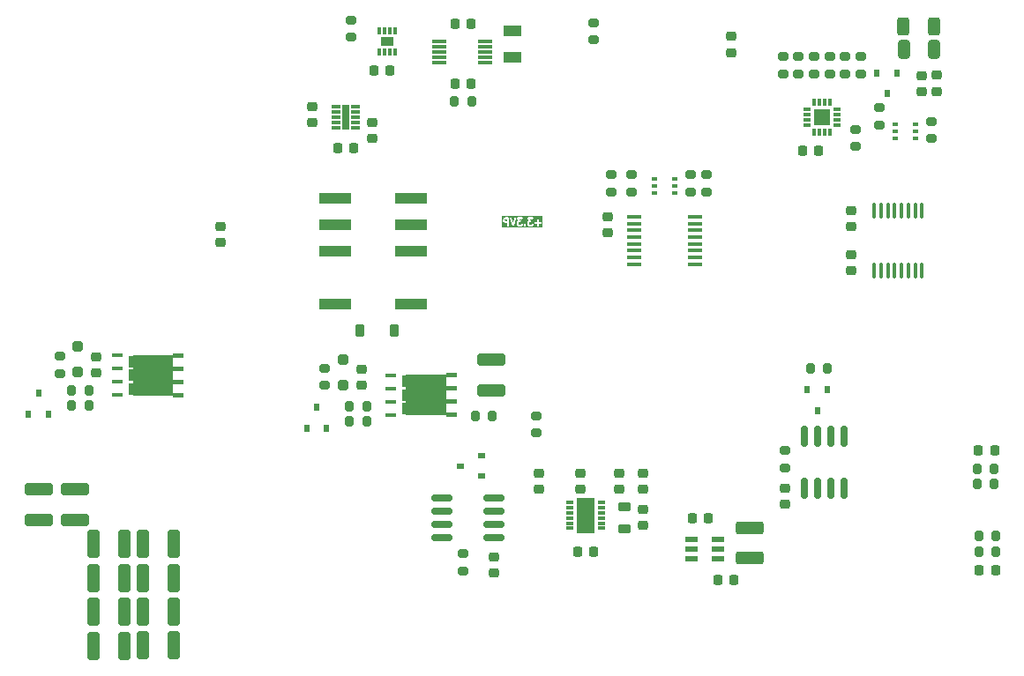
<source format=gbr>
%TF.GenerationSoftware,KiCad,Pcbnew,8.0.5*%
%TF.CreationDate,2024-12-26T16:36:04+00:00*%
%TF.ProjectId,mallow_adapt_v1.2,6d616c6c-6f77-45f6-9164-6170745f7631,rev?*%
%TF.SameCoordinates,Original*%
%TF.FileFunction,Paste,Bot*%
%TF.FilePolarity,Positive*%
%FSLAX46Y46*%
G04 Gerber Fmt 4.6, Leading zero omitted, Abs format (unit mm)*
G04 Created by KiCad (PCBNEW 8.0.5) date 2024-12-26 16:36:04*
%MOMM*%
%LPD*%
G01*
G04 APERTURE LIST*
G04 Aperture macros list*
%AMRoundRect*
0 Rectangle with rounded corners*
0 $1 Rounding radius*
0 $2 $3 $4 $5 $6 $7 $8 $9 X,Y pos of 4 corners*
0 Add a 4 corners polygon primitive as box body*
4,1,4,$2,$3,$4,$5,$6,$7,$8,$9,$2,$3,0*
0 Add four circle primitives for the rounded corners*
1,1,$1+$1,$2,$3*
1,1,$1+$1,$4,$5*
1,1,$1+$1,$6,$7*
1,1,$1+$1,$8,$9*
0 Add four rect primitives between the rounded corners*
20,1,$1+$1,$2,$3,$4,$5,0*
20,1,$1+$1,$4,$5,$6,$7,0*
20,1,$1+$1,$6,$7,$8,$9,0*
20,1,$1+$1,$8,$9,$2,$3,0*%
G04 Aperture macros list end*
%ADD10C,0.175000*%
%ADD11C,0.000000*%
%ADD12RoundRect,0.150000X-0.150000X0.825000X-0.150000X-0.825000X0.150000X-0.825000X0.150000X0.825000X0*%
%ADD13RoundRect,0.225000X-0.250000X0.225000X-0.250000X-0.225000X0.250000X-0.225000X0.250000X0.225000X0*%
%ADD14R,0.300000X0.800000*%
%ADD15R,0.800000X0.300000*%
%ADD16R,1.500000X1.500000*%
%ADD17RoundRect,0.250000X-0.325000X-1.100000X0.325000X-1.100000X0.325000X1.100000X-0.325000X1.100000X0*%
%ADD18RoundRect,0.200000X-0.200000X-0.275000X0.200000X-0.275000X0.200000X0.275000X-0.200000X0.275000X0*%
%ADD19R,1.016000X0.406400*%
%ADD20R,3.821000X3.908998*%
%ADD21RoundRect,0.225000X0.250000X-0.225000X0.250000X0.225000X-0.250000X0.225000X-0.250000X-0.225000X0*%
%ADD22R,0.300000X0.750000*%
%ADD23R,1.300000X0.900000*%
%ADD24RoundRect,0.200000X-0.275000X0.200000X-0.275000X-0.200000X0.275000X-0.200000X0.275000X0.200000X0*%
%ADD25RoundRect,0.250000X1.100000X-0.325000X1.100000X0.325000X-1.100000X0.325000X-1.100000X-0.325000X0*%
%ADD26R,0.600000X0.800000*%
%ADD27RoundRect,0.200000X0.275000X-0.200000X0.275000X0.200000X-0.275000X0.200000X-0.275000X-0.200000X0*%
%ADD28RoundRect,0.225000X0.225000X0.250000X-0.225000X0.250000X-0.225000X-0.250000X0.225000X-0.250000X0*%
%ADD29RoundRect,0.250000X0.325000X0.650000X-0.325000X0.650000X-0.325000X-0.650000X0.325000X-0.650000X0*%
%ADD30RoundRect,0.225000X-0.225000X-0.250000X0.225000X-0.250000X0.225000X0.250000X-0.225000X0.250000X0*%
%ADD31RoundRect,0.250000X-0.312500X-0.625000X0.312500X-0.625000X0.312500X0.625000X-0.312500X0.625000X0*%
%ADD32RoundRect,0.100000X-0.100000X0.637500X-0.100000X-0.637500X0.100000X-0.637500X0.100000X0.637500X0*%
%ADD33RoundRect,0.200000X0.200000X0.275000X-0.200000X0.275000X-0.200000X-0.275000X0.200000X-0.275000X0*%
%ADD34RoundRect,0.250000X1.075000X-0.375000X1.075000X0.375000X-1.075000X0.375000X-1.075000X-0.375000X0*%
%ADD35R,0.600000X0.420000*%
%ADD36O,0.600000X0.420000*%
%ADD37R,1.800000X1.000000*%
%ADD38RoundRect,0.250000X0.250000X-0.250000X0.250000X0.250000X-0.250000X0.250000X-0.250000X-0.250000X0*%
%ADD39R,1.800000X3.400000*%
%ADD40R,0.850000X0.300000*%
%ADD41R,0.690000X2.440000*%
%ADD42R,1.475000X0.450000*%
%ADD43R,0.800000X0.600000*%
%ADD44R,3.160000X1.000000*%
%ADD45RoundRect,0.225000X-0.225000X-0.375000X0.225000X-0.375000X0.225000X0.375000X-0.225000X0.375000X0*%
%ADD46RoundRect,0.150000X-0.825000X-0.150000X0.825000X-0.150000X0.825000X0.150000X-0.825000X0.150000X0*%
%ADD47R,1.250000X0.600000*%
%ADD48RoundRect,0.218750X0.381250X-0.218750X0.381250X0.218750X-0.381250X0.218750X-0.381250X-0.218750X0*%
%ADD49R,1.400000X0.300000*%
G04 APERTURE END LIST*
D10*
G36*
X170998463Y-85238000D02*
G01*
X170839953Y-85238000D01*
X170804461Y-85220254D01*
X170791208Y-85207000D01*
X170773463Y-85171509D01*
X170773463Y-85112821D01*
X170791207Y-85077333D01*
X170804463Y-85064077D01*
X170839951Y-85046333D01*
X170998463Y-85046333D01*
X170998463Y-85238000D01*
G37*
G36*
X174392616Y-85833833D02*
G01*
X170510963Y-85833833D01*
X170510963Y-85092166D01*
X170598463Y-85092166D01*
X170598463Y-85192166D01*
X170600144Y-85209236D01*
X170601347Y-85212140D01*
X170601570Y-85215277D01*
X170607700Y-85231297D01*
X170641033Y-85297964D01*
X170645658Y-85305312D01*
X170646543Y-85307447D01*
X170648515Y-85309850D01*
X170650171Y-85312480D01*
X170651915Y-85313993D01*
X170657425Y-85320706D01*
X170690759Y-85354039D01*
X170697469Y-85359545D01*
X170698982Y-85361290D01*
X170701612Y-85362945D01*
X170704018Y-85364920D01*
X170706153Y-85365804D01*
X170713498Y-85370428D01*
X170780164Y-85403762D01*
X170796183Y-85409892D01*
X170799319Y-85410114D01*
X170802226Y-85411319D01*
X170819296Y-85413000D01*
X170998463Y-85413000D01*
X170998463Y-85658833D01*
X171000144Y-85675903D01*
X171013209Y-85707445D01*
X171037351Y-85731587D01*
X171068893Y-85744652D01*
X171103033Y-85744652D01*
X171134575Y-85731587D01*
X171158717Y-85707445D01*
X171171782Y-85675903D01*
X171173463Y-85658833D01*
X171173463Y-84969777D01*
X171232483Y-84969777D01*
X171236286Y-84986503D01*
X171469620Y-85686503D01*
X171476613Y-85702165D01*
X171480709Y-85706888D01*
X171483506Y-85712481D01*
X171491793Y-85719669D01*
X171498982Y-85727957D01*
X171504574Y-85730753D01*
X171509298Y-85734850D01*
X171519708Y-85738320D01*
X171529520Y-85743226D01*
X171535755Y-85743669D01*
X171541686Y-85745646D01*
X171552630Y-85744868D01*
X171563574Y-85745646D01*
X171569504Y-85743669D01*
X171575741Y-85743226D01*
X171585554Y-85738319D01*
X171595962Y-85734850D01*
X171600685Y-85730753D01*
X171606278Y-85727957D01*
X171613466Y-85719669D01*
X171621754Y-85712481D01*
X171624550Y-85706888D01*
X171628647Y-85702165D01*
X171635640Y-85686503D01*
X171744863Y-85358833D01*
X171898463Y-85358833D01*
X171898463Y-85525500D01*
X171900144Y-85542570D01*
X171901346Y-85545474D01*
X171901570Y-85548613D01*
X171907701Y-85564632D01*
X171941035Y-85631298D01*
X171945658Y-85638642D01*
X171946543Y-85640778D01*
X171948517Y-85643183D01*
X171950173Y-85645814D01*
X171951917Y-85647326D01*
X171957424Y-85654037D01*
X171990757Y-85687371D01*
X171997469Y-85692880D01*
X171998983Y-85694625D01*
X172001612Y-85696280D01*
X172004016Y-85698253D01*
X172006151Y-85699137D01*
X172013499Y-85703763D01*
X172080167Y-85737096D01*
X172096186Y-85743226D01*
X172099322Y-85743448D01*
X172102227Y-85744652D01*
X172119297Y-85746333D01*
X172319297Y-85746333D01*
X172336367Y-85744652D01*
X172339271Y-85743448D01*
X172342409Y-85743226D01*
X172358428Y-85737095D01*
X172425094Y-85703762D01*
X172432437Y-85699139D01*
X172434576Y-85698254D01*
X172436982Y-85696278D01*
X172439610Y-85694625D01*
X172441122Y-85692881D01*
X172447835Y-85687372D01*
X172481169Y-85654038D01*
X172492050Y-85640779D01*
X172505115Y-85609237D01*
X172505115Y-85608429D01*
X172566811Y-85608429D01*
X172566811Y-85642571D01*
X172579876Y-85674113D01*
X172590758Y-85687372D01*
X172624091Y-85720705D01*
X172637350Y-85731587D01*
X172668892Y-85744652D01*
X172668893Y-85744652D01*
X172703033Y-85744652D01*
X172703034Y-85744652D01*
X172734576Y-85731587D01*
X172747835Y-85720705D01*
X172781168Y-85687372D01*
X172792050Y-85674113D01*
X172805115Y-85642571D01*
X172805115Y-85608429D01*
X172792050Y-85576887D01*
X172792045Y-85576882D01*
X172781169Y-85563629D01*
X172747836Y-85530295D01*
X172734577Y-85519413D01*
X172703035Y-85506348D01*
X172703033Y-85506347D01*
X172668891Y-85506347D01*
X172637349Y-85519413D01*
X172624090Y-85530295D01*
X172590757Y-85563629D01*
X172579880Y-85576882D01*
X172579876Y-85576887D01*
X172566811Y-85608429D01*
X172505115Y-85608429D01*
X172505115Y-85575095D01*
X172492050Y-85543553D01*
X172467910Y-85519413D01*
X172436368Y-85506348D01*
X172402226Y-85506348D01*
X172370684Y-85519413D01*
X172357425Y-85530294D01*
X172334130Y-85553589D01*
X172298642Y-85571333D01*
X172139954Y-85571333D01*
X172104461Y-85553587D01*
X172091208Y-85540334D01*
X172073463Y-85504843D01*
X172073463Y-85379489D01*
X172083791Y-85358833D01*
X172898463Y-85358833D01*
X172898463Y-85525500D01*
X172900144Y-85542570D01*
X172901346Y-85545474D01*
X172901570Y-85548613D01*
X172907701Y-85564632D01*
X172941035Y-85631298D01*
X172945658Y-85638642D01*
X172946543Y-85640778D01*
X172948517Y-85643183D01*
X172950173Y-85645814D01*
X172951917Y-85647326D01*
X172957424Y-85654037D01*
X172990757Y-85687371D01*
X172997469Y-85692880D01*
X172998983Y-85694625D01*
X173001612Y-85696280D01*
X173004016Y-85698253D01*
X173006151Y-85699137D01*
X173013499Y-85703763D01*
X173080167Y-85737096D01*
X173096186Y-85743226D01*
X173099322Y-85743448D01*
X173102227Y-85744652D01*
X173119297Y-85746333D01*
X173319297Y-85746333D01*
X173336367Y-85744652D01*
X173339271Y-85743448D01*
X173342409Y-85743226D01*
X173358428Y-85737095D01*
X173425094Y-85703762D01*
X173432437Y-85699139D01*
X173434576Y-85698254D01*
X173436982Y-85696278D01*
X173439610Y-85694625D01*
X173441122Y-85692881D01*
X173447835Y-85687372D01*
X173481169Y-85654038D01*
X173492050Y-85640779D01*
X173505115Y-85609237D01*
X173505115Y-85575095D01*
X173492050Y-85543553D01*
X173467910Y-85519413D01*
X173436368Y-85506348D01*
X173402226Y-85506348D01*
X173370684Y-85519413D01*
X173357425Y-85530294D01*
X173334130Y-85553589D01*
X173298642Y-85571333D01*
X173139954Y-85571333D01*
X173104461Y-85553587D01*
X173091208Y-85540334D01*
X173073463Y-85504843D01*
X173073463Y-85379489D01*
X173075659Y-85375096D01*
X173600145Y-85375096D01*
X173600145Y-85409236D01*
X173613210Y-85440778D01*
X173637352Y-85464920D01*
X173668894Y-85477985D01*
X173685964Y-85479666D01*
X173865130Y-85479666D01*
X173865130Y-85658833D01*
X173866811Y-85675903D01*
X173879876Y-85707445D01*
X173904018Y-85731587D01*
X173935560Y-85744652D01*
X173969700Y-85744652D01*
X174001242Y-85731587D01*
X174025384Y-85707445D01*
X174038449Y-85675903D01*
X174040130Y-85658833D01*
X174040130Y-85479666D01*
X174219297Y-85479666D01*
X174236367Y-85477985D01*
X174267909Y-85464920D01*
X174292051Y-85440778D01*
X174305116Y-85409236D01*
X174305116Y-85375096D01*
X174292051Y-85343554D01*
X174267909Y-85319412D01*
X174236367Y-85306347D01*
X174219297Y-85304666D01*
X174040130Y-85304666D01*
X174040130Y-85125500D01*
X174038449Y-85108430D01*
X174025384Y-85076888D01*
X174001242Y-85052746D01*
X173969700Y-85039681D01*
X173935560Y-85039681D01*
X173904018Y-85052746D01*
X173879876Y-85076888D01*
X173866811Y-85108430D01*
X173865130Y-85125500D01*
X173865130Y-85304666D01*
X173685964Y-85304666D01*
X173668894Y-85306347D01*
X173637352Y-85319412D01*
X173613210Y-85343554D01*
X173600145Y-85375096D01*
X173075659Y-85375096D01*
X173091208Y-85343998D01*
X173104460Y-85330746D01*
X173139954Y-85313000D01*
X173219297Y-85313000D01*
X173228325Y-85312110D01*
X173230622Y-85312264D01*
X173232203Y-85311728D01*
X173236367Y-85311319D01*
X173249498Y-85305879D01*
X173262963Y-85301326D01*
X173265183Y-85299382D01*
X173267909Y-85298254D01*
X173277953Y-85288209D01*
X173288656Y-85278845D01*
X173289965Y-85276197D01*
X173292051Y-85274112D01*
X173297488Y-85260983D01*
X173303790Y-85248242D01*
X173303986Y-85245297D01*
X173305116Y-85242570D01*
X173305116Y-85228350D01*
X173306061Y-85214175D01*
X173305116Y-85211380D01*
X173305116Y-85208430D01*
X173299676Y-85195298D01*
X173295123Y-85181834D01*
X173292690Y-85178431D01*
X173292051Y-85176888D01*
X173290422Y-85175259D01*
X173285147Y-85167881D01*
X173178792Y-85046333D01*
X173419297Y-85046333D01*
X173436367Y-85044652D01*
X173467909Y-85031587D01*
X173492051Y-85007445D01*
X173505116Y-84975903D01*
X173505116Y-84941763D01*
X173492051Y-84910221D01*
X173467909Y-84886079D01*
X173436367Y-84873014D01*
X173419297Y-84871333D01*
X172985963Y-84871333D01*
X172976934Y-84872222D01*
X172974638Y-84872069D01*
X172973056Y-84872604D01*
X172968893Y-84873014D01*
X172955761Y-84878453D01*
X172942297Y-84883007D01*
X172940076Y-84884950D01*
X172937351Y-84886079D01*
X172927306Y-84896123D01*
X172916604Y-84905488D01*
X172915294Y-84908135D01*
X172913209Y-84910221D01*
X172907771Y-84923349D01*
X172901470Y-84936091D01*
X172901273Y-84939035D01*
X172900144Y-84941763D01*
X172900144Y-84955982D01*
X172899199Y-84970158D01*
X172900144Y-84972952D01*
X172900144Y-84975903D01*
X172905583Y-84989034D01*
X172910137Y-85002499D01*
X172912569Y-85005901D01*
X172913209Y-85007445D01*
X172914837Y-85009073D01*
X172920113Y-85016452D01*
X173048433Y-85163103D01*
X173013499Y-85180570D01*
X173006153Y-85185193D01*
X173004017Y-85186079D01*
X173001611Y-85188053D01*
X172998983Y-85189708D01*
X172997470Y-85191451D01*
X172990758Y-85196961D01*
X172957425Y-85230294D01*
X172951918Y-85237003D01*
X172950172Y-85238518D01*
X172948516Y-85241148D01*
X172946543Y-85243553D01*
X172945657Y-85245690D01*
X172941035Y-85253035D01*
X172907701Y-85319701D01*
X172901570Y-85335721D01*
X172901347Y-85338858D01*
X172900144Y-85341763D01*
X172898463Y-85358833D01*
X172083791Y-85358833D01*
X172091208Y-85343998D01*
X172104460Y-85330746D01*
X172139954Y-85313000D01*
X172219297Y-85313000D01*
X172228325Y-85312110D01*
X172230622Y-85312264D01*
X172232203Y-85311728D01*
X172236367Y-85311319D01*
X172249498Y-85305879D01*
X172262963Y-85301326D01*
X172265183Y-85299382D01*
X172267909Y-85298254D01*
X172277953Y-85288209D01*
X172288656Y-85278845D01*
X172289965Y-85276197D01*
X172292051Y-85274112D01*
X172297488Y-85260983D01*
X172303790Y-85248242D01*
X172303986Y-85245297D01*
X172305116Y-85242570D01*
X172305116Y-85228350D01*
X172306061Y-85214175D01*
X172305116Y-85211380D01*
X172305116Y-85208430D01*
X172299676Y-85195298D01*
X172295123Y-85181834D01*
X172292690Y-85178431D01*
X172292051Y-85176888D01*
X172290422Y-85175259D01*
X172285147Y-85167881D01*
X172178792Y-85046333D01*
X172419297Y-85046333D01*
X172436367Y-85044652D01*
X172467909Y-85031587D01*
X172492051Y-85007445D01*
X172505116Y-84975903D01*
X172505116Y-84941763D01*
X172492051Y-84910221D01*
X172467909Y-84886079D01*
X172436367Y-84873014D01*
X172419297Y-84871333D01*
X171985963Y-84871333D01*
X171976934Y-84872222D01*
X171974638Y-84872069D01*
X171973056Y-84872604D01*
X171968893Y-84873014D01*
X171955761Y-84878453D01*
X171942297Y-84883007D01*
X171940076Y-84884950D01*
X171937351Y-84886079D01*
X171927306Y-84896123D01*
X171916604Y-84905488D01*
X171915294Y-84908135D01*
X171913209Y-84910221D01*
X171907771Y-84923349D01*
X171901470Y-84936091D01*
X171901273Y-84939035D01*
X171900144Y-84941763D01*
X171900144Y-84955982D01*
X171899199Y-84970158D01*
X171900144Y-84972952D01*
X171900144Y-84975903D01*
X171905583Y-84989034D01*
X171910137Y-85002499D01*
X171912569Y-85005901D01*
X171913209Y-85007445D01*
X171914837Y-85009073D01*
X171920113Y-85016452D01*
X172048433Y-85163103D01*
X172013499Y-85180570D01*
X172006153Y-85185193D01*
X172004017Y-85186079D01*
X172001611Y-85188053D01*
X171998983Y-85189708D01*
X171997470Y-85191451D01*
X171990758Y-85196961D01*
X171957425Y-85230294D01*
X171951918Y-85237003D01*
X171950172Y-85238518D01*
X171948516Y-85241148D01*
X171946543Y-85243553D01*
X171945657Y-85245690D01*
X171941035Y-85253035D01*
X171907701Y-85319701D01*
X171901570Y-85335721D01*
X171901347Y-85338858D01*
X171900144Y-85341763D01*
X171898463Y-85358833D01*
X171744863Y-85358833D01*
X171868973Y-84986503D01*
X171872776Y-84969777D01*
X171870356Y-84935722D01*
X171855087Y-84905185D01*
X171829295Y-84882816D01*
X171796907Y-84872020D01*
X171762853Y-84874440D01*
X171732315Y-84889708D01*
X171709946Y-84915500D01*
X171702953Y-84931163D01*
X171552629Y-85382133D01*
X171402306Y-84931163D01*
X171395313Y-84915501D01*
X171372944Y-84889709D01*
X171342406Y-84874440D01*
X171308352Y-84872020D01*
X171275964Y-84882816D01*
X171250172Y-84905185D01*
X171234903Y-84935723D01*
X171232483Y-84969777D01*
X171173463Y-84969777D01*
X171173463Y-84958833D01*
X171171782Y-84941763D01*
X171158717Y-84910221D01*
X171134575Y-84886079D01*
X171103033Y-84873014D01*
X171085963Y-84871333D01*
X170819296Y-84871333D01*
X170802226Y-84873014D01*
X170799321Y-84874217D01*
X170796185Y-84874440D01*
X170780165Y-84880571D01*
X170713499Y-84913904D01*
X170706151Y-84918528D01*
X170704017Y-84919413D01*
X170701614Y-84921384D01*
X170698983Y-84923041D01*
X170697469Y-84924786D01*
X170690758Y-84930294D01*
X170657424Y-84963628D01*
X170651914Y-84970340D01*
X170650171Y-84971853D01*
X170648517Y-84974480D01*
X170646542Y-84976887D01*
X170645656Y-84979025D01*
X170641034Y-84986369D01*
X170607701Y-85053035D01*
X170601570Y-85069054D01*
X170601347Y-85072191D01*
X170600144Y-85075096D01*
X170598463Y-85092166D01*
X170510963Y-85092166D01*
X170510963Y-84783833D01*
X174392616Y-84783833D01*
X174392616Y-85833833D01*
G37*
D11*
%TO.C,Q7*%
G36*
X135761862Y-99287485D02*
G01*
X134683395Y-99287485D01*
X134683395Y-98183618D01*
X135761862Y-98183618D01*
X135761862Y-99287485D01*
G37*
G36*
X135761862Y-100591352D02*
G01*
X134683395Y-100591352D01*
X134683395Y-99487484D01*
X135761862Y-99487484D01*
X135761862Y-100591352D01*
G37*
G36*
X135761862Y-101895218D02*
G01*
X134683395Y-101895218D01*
X134683395Y-100791351D01*
X135761862Y-100791351D01*
X135761862Y-101895218D01*
G37*
G36*
X137040329Y-99287485D02*
G01*
X135961861Y-99287485D01*
X135961861Y-98183618D01*
X137040329Y-98183618D01*
X137040329Y-99287485D01*
G37*
G36*
X137040329Y-100591352D02*
G01*
X135961861Y-100591352D01*
X135961861Y-99487484D01*
X137040329Y-99487484D01*
X137040329Y-100591352D01*
G37*
G36*
X137040329Y-101895218D02*
G01*
X135961861Y-101895218D01*
X135961861Y-100791351D01*
X137040329Y-100791351D01*
X137040329Y-101895218D01*
G37*
G36*
X138318795Y-99287485D02*
G01*
X137240328Y-99287485D01*
X137240328Y-98183618D01*
X138318795Y-98183618D01*
X138318795Y-99287485D01*
G37*
G36*
X138318795Y-100591352D02*
G01*
X137240328Y-100591352D01*
X137240328Y-99487484D01*
X138318795Y-99487484D01*
X138318795Y-100591352D01*
G37*
G36*
X138318795Y-101895218D02*
G01*
X137240328Y-101895218D01*
X137240328Y-100791351D01*
X138318795Y-100791351D01*
X138318795Y-101895218D01*
G37*
G36*
X139930095Y-98337618D02*
G01*
X138914095Y-98337618D01*
X138914095Y-99201218D01*
X139930095Y-99201218D01*
X139930095Y-99607618D01*
X138914095Y-99607618D01*
X138914095Y-100471218D01*
X139930095Y-100471218D01*
X139930095Y-100877618D01*
X138914095Y-100877618D01*
X138914095Y-101741218D01*
X139930095Y-101741218D01*
X139930095Y-102147618D01*
X138914095Y-102147618D01*
X138914095Y-101995218D01*
X135078695Y-101995218D01*
X135078695Y-98083618D01*
X138914095Y-98083618D01*
X138914095Y-97931218D01*
X139930095Y-97931218D01*
X139930095Y-98337618D01*
G37*
%TO.C,Q15*%
G36*
X161959862Y-101189267D02*
G01*
X160881395Y-101189267D01*
X160881395Y-100085400D01*
X161959862Y-100085400D01*
X161959862Y-101189267D01*
G37*
G36*
X161959862Y-102493134D02*
G01*
X160881395Y-102493134D01*
X160881395Y-101389266D01*
X161959862Y-101389266D01*
X161959862Y-102493134D01*
G37*
G36*
X161959862Y-103797000D02*
G01*
X160881395Y-103797000D01*
X160881395Y-102693133D01*
X161959862Y-102693133D01*
X161959862Y-103797000D01*
G37*
G36*
X163238329Y-101189267D02*
G01*
X162159861Y-101189267D01*
X162159861Y-100085400D01*
X163238329Y-100085400D01*
X163238329Y-101189267D01*
G37*
G36*
X163238329Y-102493134D02*
G01*
X162159861Y-102493134D01*
X162159861Y-101389266D01*
X163238329Y-101389266D01*
X163238329Y-102493134D01*
G37*
G36*
X163238329Y-103797000D02*
G01*
X162159861Y-103797000D01*
X162159861Y-102693133D01*
X163238329Y-102693133D01*
X163238329Y-103797000D01*
G37*
G36*
X164516795Y-101189267D02*
G01*
X163438328Y-101189267D01*
X163438328Y-100085400D01*
X164516795Y-100085400D01*
X164516795Y-101189267D01*
G37*
G36*
X164516795Y-102493134D02*
G01*
X163438328Y-102493134D01*
X163438328Y-101389266D01*
X164516795Y-101389266D01*
X164516795Y-102493134D01*
G37*
G36*
X164516795Y-103797000D02*
G01*
X163438328Y-103797000D01*
X163438328Y-102693133D01*
X164516795Y-102693133D01*
X164516795Y-103797000D01*
G37*
G36*
X166128095Y-100239400D02*
G01*
X165112095Y-100239400D01*
X165112095Y-101103000D01*
X166128095Y-101103000D01*
X166128095Y-101509400D01*
X165112095Y-101509400D01*
X165112095Y-102373000D01*
X166128095Y-102373000D01*
X166128095Y-102779400D01*
X165112095Y-102779400D01*
X165112095Y-103643000D01*
X166128095Y-103643000D01*
X166128095Y-104049400D01*
X165112095Y-104049400D01*
X165112095Y-103897000D01*
X161276695Y-103897000D01*
X161276695Y-99985400D01*
X165112095Y-99985400D01*
X165112095Y-99833000D01*
X166128095Y-99833000D01*
X166128095Y-100239400D01*
G37*
%TD*%
D12*
%TO.C,U7*%
X199496095Y-105928600D03*
X200766095Y-105928600D03*
X202036095Y-105928600D03*
X203306095Y-105928600D03*
X203306095Y-110878600D03*
X202036095Y-110878600D03*
X200766095Y-110878600D03*
X199496095Y-110878600D03*
%TD*%
D13*
%TO.C,C24*%
X158001095Y-75728600D03*
X158001095Y-77278600D03*
%TD*%
D14*
%TO.C,IC5*%
X201951095Y-76703600D03*
X201451095Y-76703600D03*
X200951095Y-76703600D03*
X200451095Y-76703600D03*
D15*
X199751095Y-76003600D03*
X199751095Y-75503600D03*
X199751095Y-75003600D03*
X199751095Y-74503600D03*
D14*
X200451095Y-73803600D03*
X200951095Y-73803600D03*
X201451095Y-73803600D03*
X201951095Y-73803600D03*
D15*
X202651095Y-74503600D03*
X202651095Y-75003600D03*
X202651095Y-75503600D03*
X202651095Y-76003600D03*
D16*
X201201095Y-75253600D03*
%TD*%
D17*
%TO.C,C45*%
X136001095Y-119503600D03*
X138951095Y-119503600D03*
%TD*%
%TO.C,C30*%
X131256095Y-126043600D03*
X134206095Y-126043600D03*
%TD*%
D18*
%TO.C,R17*%
X216101095Y-109003600D03*
X217751095Y-109003600D03*
%TD*%
D19*
%TO.C,Q7*%
X133580095Y-101944418D03*
X133580095Y-100674418D03*
X133580095Y-99404418D03*
X133580095Y-98134418D03*
X139422095Y-98134418D03*
X139422095Y-99404418D03*
X139422095Y-100674418D03*
D20*
X137003595Y-100038117D03*
D19*
X139422095Y-101944418D03*
%TD*%
D21*
%TO.C,C78*%
X178001095Y-111028600D03*
X178001095Y-109478600D03*
%TD*%
D17*
%TO.C,C44*%
X136026095Y-116253600D03*
X138976095Y-116253600D03*
%TD*%
D22*
%TO.C,U11*%
X158701095Y-67003600D03*
X159201095Y-67003600D03*
X159701095Y-67003600D03*
X160201095Y-67003600D03*
X160201095Y-69003600D03*
X159701095Y-69003600D03*
X159201095Y-69003600D03*
X158701095Y-69003600D03*
D23*
X159451095Y-68003600D03*
%TD*%
D24*
%TO.C,R75*%
X200451095Y-69428600D03*
X200451095Y-71078600D03*
%TD*%
D25*
%TO.C,C48*%
X126001095Y-113978600D03*
X126001095Y-111028600D03*
%TD*%
D17*
%TO.C,C40*%
X131276095Y-119503600D03*
X134226095Y-119503600D03*
%TD*%
%TO.C,C49*%
X131276095Y-122753600D03*
X134226095Y-122753600D03*
%TD*%
D26*
%TO.C,Q13*%
X153651095Y-105163600D03*
X151751095Y-105163600D03*
X152701095Y-103143600D03*
%TD*%
D27*
%TO.C,R56*%
X182913096Y-82428600D03*
X182913096Y-80778600D03*
%TD*%
D28*
%TO.C,C19*%
X217776095Y-107253600D03*
X216226095Y-107253600D03*
%TD*%
D29*
%TO.C,C51*%
X212001095Y-68753600D03*
X209051095Y-68753600D03*
%TD*%
D27*
%TO.C,R15*%
X181001095Y-82428600D03*
X181001095Y-80778600D03*
%TD*%
D25*
%TO.C,C12*%
X169501095Y-101478600D03*
X169501095Y-98528600D03*
%TD*%
D24*
%TO.C,R71*%
X197451095Y-69428600D03*
X197451095Y-71078600D03*
%TD*%
D30*
%TO.C,C3*%
X191201095Y-119753600D03*
X192751095Y-119753600D03*
%TD*%
D31*
%TO.C,R29*%
X209038595Y-66503600D03*
X211963595Y-66503600D03*
%TD*%
D32*
%TO.C,U17*%
X206251095Y-84228600D03*
X206901095Y-84228600D03*
X207551095Y-84228600D03*
X208201095Y-84228600D03*
X208851095Y-84228600D03*
X209501095Y-84228600D03*
X210151095Y-84228600D03*
X210801095Y-84228600D03*
X210801095Y-89953600D03*
X210151095Y-89953600D03*
X209501095Y-89953600D03*
X208851095Y-89953600D03*
X208201095Y-89953600D03*
X207551095Y-89953600D03*
X206901095Y-89953600D03*
X206251095Y-89953600D03*
%TD*%
D33*
%TO.C,R68*%
X169576095Y-104003600D03*
X167926095Y-104003600D03*
%TD*%
D30*
%TO.C,C64*%
X165976095Y-72003600D03*
X167526095Y-72003600D03*
%TD*%
D21*
%TO.C,C16*%
X143501095Y-87278600D03*
X143501095Y-85728600D03*
%TD*%
D34*
%TO.C,L2*%
X194251095Y-117553600D03*
X194251095Y-114753600D03*
%TD*%
D24*
%TO.C,R77*%
X203451095Y-69428600D03*
X203451095Y-71078600D03*
%TD*%
D21*
%TO.C,C73*%
X184001095Y-111028600D03*
X184001095Y-109478600D03*
%TD*%
D27*
%TO.C,R54*%
X188601096Y-82428600D03*
X188601096Y-80778600D03*
%TD*%
%TO.C,R2*%
X179251095Y-67828600D03*
X179251095Y-66178600D03*
%TD*%
D33*
%TO.C,R24*%
X130851095Y-101483600D03*
X129201095Y-101483600D03*
%TD*%
D35*
%TO.C,U14*%
X210151097Y-75953602D03*
D36*
X210151097Y-76603601D03*
X210151097Y-77253600D03*
X208251095Y-77253600D03*
X208251095Y-76603601D03*
X208251095Y-75953602D03*
%TD*%
D24*
%TO.C,R48*%
X166726095Y-117178600D03*
X166726095Y-118828600D03*
%TD*%
D27*
%TO.C,R72*%
X211751095Y-77328600D03*
X211751095Y-75678600D03*
%TD*%
D37*
%TO.C,Y1*%
X171501095Y-69503600D03*
X171501095Y-67003600D03*
%TD*%
D25*
%TO.C,C29*%
X129501095Y-113978600D03*
X129501095Y-111028600D03*
%TD*%
D21*
%TO.C,C79*%
X204001095Y-90003600D03*
X204001095Y-88453600D03*
%TD*%
D17*
%TO.C,C46*%
X136066095Y-122753600D03*
X139016095Y-122753600D03*
%TD*%
D30*
%TO.C,C18*%
X154726095Y-78253600D03*
X156276095Y-78253600D03*
%TD*%
D24*
%TO.C,R70*%
X204951095Y-69428600D03*
X204951095Y-71078600D03*
%TD*%
D28*
%TO.C,C15*%
X217861812Y-118753600D03*
X216311812Y-118753600D03*
%TD*%
D27*
%TO.C,R57*%
X204451095Y-78078600D03*
X204451095Y-76428600D03*
%TD*%
D19*
%TO.C,Q15*%
X159778095Y-103846200D03*
X159778095Y-102576200D03*
X159778095Y-101306200D03*
X159778095Y-100036200D03*
X165620095Y-100036200D03*
X165620095Y-101306200D03*
X165620095Y-102576200D03*
D20*
X163201595Y-101939899D03*
D19*
X165620095Y-103846200D03*
%TD*%
D38*
%TO.C,D6*%
X155251095Y-101003600D03*
X155251095Y-98503600D03*
%TD*%
D21*
%TO.C,C59*%
X157001095Y-101028600D03*
X157001095Y-99478600D03*
%TD*%
D15*
%TO.C,U16*%
X180026095Y-112253600D03*
X180026095Y-112753600D03*
X180026095Y-113253600D03*
X180026095Y-113753600D03*
X180026095Y-114253600D03*
X180026095Y-114753600D03*
X177026095Y-114753600D03*
X177026095Y-114253600D03*
X177026095Y-113753600D03*
X177026095Y-113253600D03*
X177026095Y-112753600D03*
X177026095Y-112253600D03*
D39*
X178526095Y-113503600D03*
%TD*%
D40*
%TO.C,IC2*%
X154551095Y-76253600D03*
X154551095Y-75753600D03*
X154551095Y-75253600D03*
X154551095Y-74753600D03*
X154551095Y-74253600D03*
X156451095Y-74253600D03*
X156451095Y-74753600D03*
X156451095Y-75253600D03*
X156451095Y-75753600D03*
X156451095Y-76253600D03*
D41*
X155501095Y-75253600D03*
%TD*%
D42*
%TO.C,IC3*%
X189039096Y-84828600D03*
X189039096Y-85478600D03*
X189039096Y-86128600D03*
X189039096Y-86778600D03*
X189039096Y-87428600D03*
X189039096Y-88078600D03*
X189039096Y-88728600D03*
X189039096Y-89378600D03*
X183163096Y-89378600D03*
X183163096Y-88728600D03*
X183163096Y-88078600D03*
X183163096Y-87428600D03*
X183163096Y-86778600D03*
X183163096Y-86128600D03*
X183163096Y-85478600D03*
X183163096Y-84828600D03*
%TD*%
D43*
%TO.C,Q12*%
X168521095Y-107803600D03*
X168521095Y-109703600D03*
X166501095Y-108753600D03*
%TD*%
D28*
%TO.C,C76*%
X179301095Y-117003600D03*
X177751095Y-117003600D03*
%TD*%
D17*
%TO.C,C27*%
X131276095Y-116253600D03*
X134226095Y-116253600D03*
%TD*%
D18*
%TO.C,R25*%
X129201095Y-102983600D03*
X130851095Y-102983600D03*
%TD*%
D33*
%TO.C,R51*%
X157526095Y-103003600D03*
X155876095Y-103003600D03*
%TD*%
D24*
%TO.C,R74*%
X198951095Y-69428600D03*
X198951095Y-71078600D03*
%TD*%
D21*
%TO.C,C74*%
X181751095Y-111028600D03*
X181751095Y-109478600D03*
%TD*%
D24*
%TO.C,R55*%
X197651095Y-107278600D03*
X197651095Y-108928600D03*
%TD*%
%TO.C,R50*%
X190101096Y-80778600D03*
X190101096Y-82428600D03*
%TD*%
D13*
%TO.C,C61*%
X197651095Y-110878600D03*
X197651095Y-112428600D03*
%TD*%
D35*
%TO.C,U6*%
X185151095Y-82503599D03*
D36*
X185151095Y-81853600D03*
X185151095Y-81203601D03*
X187051097Y-81203601D03*
X187051097Y-81853600D03*
X187051097Y-82503599D03*
%TD*%
D33*
%TO.C,R20*%
X217901095Y-115503600D03*
X216251095Y-115503600D03*
%TD*%
D26*
%TO.C,Q14*%
X199806690Y-101394537D03*
X201706690Y-101394537D03*
X200756690Y-103414537D03*
%TD*%
D13*
%TO.C,C11*%
X180663096Y-84828600D03*
X180663096Y-86378600D03*
%TD*%
D44*
%TO.C,RL1*%
X154501095Y-93183600D03*
X154501095Y-88103600D03*
X154501095Y-85563600D03*
X154501095Y-83023600D03*
X161741095Y-83023600D03*
X161741095Y-85563600D03*
X161741095Y-88103600D03*
X161741095Y-93183600D03*
%TD*%
D33*
%TO.C,R62*%
X167582572Y-73712849D03*
X165932572Y-73712849D03*
%TD*%
D18*
%TO.C,R18*%
X216101095Y-110503600D03*
X217751095Y-110503600D03*
%TD*%
D24*
%TO.C,R76*%
X201951095Y-69428600D03*
X201951095Y-71078600D03*
%TD*%
D27*
%TO.C,R52*%
X153501095Y-101003600D03*
X153501095Y-99353600D03*
%TD*%
D45*
%TO.C,D7*%
X156851095Y-95753600D03*
X160151095Y-95753600D03*
%TD*%
D13*
%TO.C,C77*%
X204001095Y-84203600D03*
X204001095Y-85753600D03*
%TD*%
%TO.C,C56*%
X169726095Y-117478600D03*
X169726095Y-119028600D03*
%TD*%
D33*
%TO.C,R49*%
X157501095Y-104503600D03*
X155851095Y-104503600D03*
%TD*%
D27*
%TO.C,R22*%
X128026095Y-99869418D03*
X128026095Y-98219418D03*
%TD*%
D33*
%TO.C,R19*%
X217901095Y-117003600D03*
X216251095Y-117003600D03*
%TD*%
D38*
%TO.C,D2*%
X129776095Y-99733600D03*
X129776095Y-97233600D03*
%TD*%
D28*
%TO.C,C65*%
X159751095Y-70753600D03*
X158201095Y-70753600D03*
%TD*%
%TO.C,C71*%
X200903566Y-78448198D03*
X199353566Y-78448198D03*
%TD*%
D21*
%TO.C,C22*%
X152251095Y-75778600D03*
X152251095Y-74228600D03*
%TD*%
%TO.C,C17*%
X131526095Y-99819418D03*
X131526095Y-98269418D03*
%TD*%
D28*
%TO.C,C4*%
X190301095Y-113753600D03*
X188751095Y-113753600D03*
%TD*%
D27*
%TO.C,R44*%
X173751095Y-105578600D03*
X173751095Y-103928600D03*
%TD*%
D46*
%TO.C,U4*%
X164734193Y-115677257D03*
X164734193Y-114407257D03*
X164734193Y-113137257D03*
X164734193Y-111867257D03*
X169684193Y-111867257D03*
X169684193Y-113137257D03*
X169684193Y-114407257D03*
X169684193Y-115677257D03*
%TD*%
D47*
%TO.C,IC4*%
X188726095Y-117703600D03*
X188726095Y-116753600D03*
X188726095Y-115803600D03*
X191226095Y-115803600D03*
X191226095Y-116753600D03*
X191226095Y-117703600D03*
%TD*%
D48*
%TO.C,L1*%
X182276095Y-114816100D03*
X182276095Y-112691100D03*
%TD*%
D13*
%TO.C,C20*%
X192501095Y-67503600D03*
X192501095Y-69053600D03*
%TD*%
D21*
%TO.C,C2*%
X210751095Y-72828600D03*
X210751095Y-71278600D03*
%TD*%
D30*
%TO.C,C67*%
X165976095Y-66253600D03*
X167526095Y-66253600D03*
%TD*%
D17*
%TO.C,C33*%
X136031095Y-125983600D03*
X138981095Y-125983600D03*
%TD*%
D21*
%TO.C,C80*%
X174001095Y-111028600D03*
X174001095Y-109478600D03*
%TD*%
D26*
%TO.C,Q19*%
X206501095Y-70993600D03*
X208401095Y-70993600D03*
X207451095Y-73013600D03*
%TD*%
D24*
%TO.C,R73*%
X206751095Y-74353600D03*
X206751095Y-76003600D03*
%TD*%
D49*
%TO.C,U10*%
X168901095Y-68003600D03*
X168901095Y-68503600D03*
X168901095Y-69003600D03*
X168901095Y-69503600D03*
X168901095Y-70003600D03*
X164501095Y-70003600D03*
X164501095Y-69503600D03*
X164501095Y-69003600D03*
X164501095Y-68503600D03*
X164501095Y-68003600D03*
%TD*%
D13*
%TO.C,C1*%
X212251095Y-71228600D03*
X212251095Y-72778600D03*
%TD*%
D33*
%TO.C,R53*%
X201726095Y-99403600D03*
X200076095Y-99403600D03*
%TD*%
D26*
%TO.C,Q8*%
X126951095Y-103763600D03*
X125051095Y-103763600D03*
X126001095Y-101743600D03*
%TD*%
D13*
%TO.C,C75*%
X184026095Y-112953600D03*
X184026095Y-114503600D03*
%TD*%
D27*
%TO.C,R1*%
X156001095Y-67578600D03*
X156001095Y-65928600D03*
%TD*%
M02*

</source>
